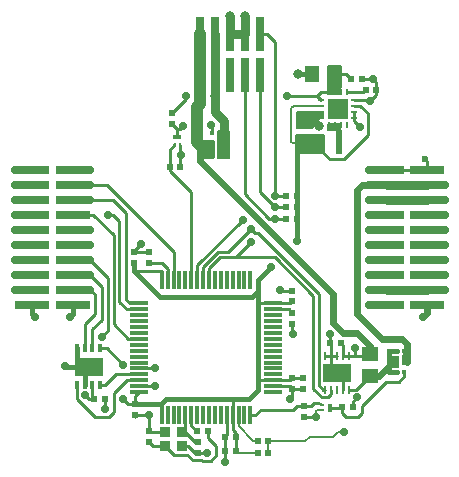
<source format=gtl>
G04 #@! TF.FileFunction,Copper,L1,Top,Signal*
%FSLAX46Y46*%
G04 Gerber Fmt 4.6, Leading zero omitted, Abs format (unit mm)*
G04 Created by KiCad (PCBNEW 201609280951+7255~55~ubuntu14.04.1-) date Wed Jan 11 23:22:02 2017*
%MOMM*%
%LPD*%
G01*
G04 APERTURE LIST*
%ADD10C,0.100000*%
%ADD11R,0.620000X0.620000*%
%ADD12R,1.700000X1.700000*%
%ADD13C,0.300000*%
%ADD14R,1.500000X1.500000*%
%ADD15R,0.600000X0.250000*%
%ADD16R,0.250000X0.600000*%
%ADD17R,1.150000X1.450000*%
%ADD18R,1.450000X1.150000*%
%ADD19R,1.500000X0.300000*%
%ADD20R,0.300000X1.500000*%
%ADD21R,2.400000X1.550000*%
%ADD22R,0.800000X0.800000*%
%ADD23R,0.350000X0.650000*%
%ADD24R,2.380000X1.650000*%
%ADD25R,0.800000X1.200000*%
%ADD26R,0.250000X0.700000*%
%ADD27R,2.920000X0.740000*%
%ADD28R,0.500000X1.600000*%
%ADD29R,0.400000X0.700000*%
%ADD30R,0.400000X0.250000*%
%ADD31R,0.950000X0.850000*%
%ADD32R,0.740000X2.920000*%
%ADD33R,0.400000X0.455000*%
%ADD34R,1.050000X1.100000*%
%ADD35R,0.400000X0.850000*%
%ADD36R,0.700000X0.400000*%
%ADD37R,0.250000X0.400000*%
%ADD38C,0.700000*%
%ADD39C,0.800000*%
%ADD40C,0.600000*%
%ADD41C,0.450000*%
%ADD42C,0.200000*%
%ADD43C,0.280000*%
%ADD44C,0.800000*%
%ADD45C,0.600000*%
%ADD46C,1.000000*%
%ADD47C,0.300000*%
G04 APERTURE END LIST*
D10*
D11*
X104750000Y-98400000D03*
X105650000Y-98400000D03*
D12*
X109150000Y-89100000D03*
D13*
X109750000Y-88500000D03*
X108550000Y-88500000D03*
X109750000Y-89700000D03*
X108550000Y-89700000D03*
D14*
X109150000Y-89100000D03*
D15*
X107750000Y-89850000D03*
X107750000Y-89350000D03*
X107750000Y-88850000D03*
X107750000Y-88350000D03*
D16*
X108400000Y-87700000D03*
X108900000Y-87700000D03*
X109400000Y-87700000D03*
X109900000Y-87700000D03*
D15*
X110550000Y-88350000D03*
X110550000Y-88850000D03*
X110550000Y-89350000D03*
X110550000Y-89850000D03*
D16*
X109900000Y-90500000D03*
X109400000Y-90500000D03*
X108900000Y-90500000D03*
X108400000Y-90500000D03*
D11*
X97340000Y-117310000D03*
X97340000Y-118210000D03*
X93150000Y-116370000D03*
X93150000Y-117270000D03*
X106230000Y-111890000D03*
X106230000Y-112790000D03*
X105300000Y-105390000D03*
X105300000Y-104490000D03*
X91940000Y-114100000D03*
X91940000Y-115000000D03*
X100500000Y-116880000D03*
X99600000Y-116880000D03*
X105290000Y-111890000D03*
X105290000Y-112790000D03*
X91920000Y-102140000D03*
X91920000Y-101240000D03*
X100500000Y-118080000D03*
X99600000Y-118080000D03*
X93130000Y-101240000D03*
X93130000Y-102140000D03*
X105300000Y-107310000D03*
X105300000Y-106410000D03*
D17*
X107000000Y-86150000D03*
X108800000Y-86150000D03*
D11*
X112400000Y-87500000D03*
X111500000Y-87500000D03*
D18*
X106250000Y-90200000D03*
X106250000Y-92000000D03*
D11*
X89430000Y-113690000D03*
X88530000Y-113690000D03*
D19*
X92286000Y-113082000D03*
X92286000Y-112582000D03*
X92286000Y-112082000D03*
X92286000Y-111582000D03*
X92286000Y-111082000D03*
X92286000Y-110582000D03*
X92286000Y-110082000D03*
X92286000Y-109582000D03*
X92286000Y-109082000D03*
X92286000Y-108582000D03*
X92286000Y-108082000D03*
X92286000Y-107582000D03*
X92286000Y-107082000D03*
X92286000Y-106582000D03*
X92286000Y-106082000D03*
X92286000Y-105582000D03*
D20*
X94236000Y-103632000D03*
X94736000Y-103632000D03*
X95236000Y-103632000D03*
X95736000Y-103632000D03*
X96236000Y-103632000D03*
X96736000Y-103632000D03*
X97236000Y-103632000D03*
X97736000Y-103632000D03*
X98236000Y-103632000D03*
X98736000Y-103632000D03*
X99236000Y-103632000D03*
X99736000Y-103632000D03*
X100236000Y-103632000D03*
X100736000Y-103632000D03*
X101236000Y-103632000D03*
X101736000Y-103632000D03*
D19*
X103686000Y-105582000D03*
X103686000Y-106082000D03*
X103686000Y-106582000D03*
X103686000Y-107082000D03*
X103686000Y-107582000D03*
X103686000Y-108082000D03*
X103686000Y-108582000D03*
X103686000Y-109082000D03*
X103686000Y-109582000D03*
X103686000Y-110082000D03*
X103686000Y-110582000D03*
X103686000Y-111082000D03*
X103686000Y-111582000D03*
X103686000Y-112082000D03*
X103686000Y-112582000D03*
X103686000Y-113082000D03*
D20*
X101736000Y-115032000D03*
X101236000Y-115032000D03*
X100736000Y-115032000D03*
X100236000Y-115032000D03*
X99736000Y-115032000D03*
X99236000Y-115032000D03*
X98736000Y-115032000D03*
X98236000Y-115032000D03*
X97736000Y-115032000D03*
X97236000Y-115032000D03*
X96736000Y-115032000D03*
X96236000Y-115032000D03*
X95736000Y-115032000D03*
X95236000Y-115032000D03*
X94736000Y-115032000D03*
X94236000Y-115032000D03*
D21*
X88040000Y-110920000D03*
D22*
X88640000Y-110920000D03*
X87440000Y-110920000D03*
X88640000Y-110920000D03*
X87440000Y-110920000D03*
D23*
X87065000Y-109370000D03*
X87715000Y-109370000D03*
X88365000Y-109370000D03*
X89015000Y-109370000D03*
X89015000Y-112470000D03*
X88365000Y-112470000D03*
X87715000Y-112470000D03*
X87065000Y-112470000D03*
D24*
X109050000Y-111440000D03*
D25*
X108450000Y-111440000D03*
X109650000Y-111440000D03*
D26*
X110050000Y-112865000D03*
X109550000Y-112865000D03*
X109050000Y-112865000D03*
X108550000Y-112865000D03*
X108050000Y-112865000D03*
X108050000Y-110015000D03*
X108550000Y-110015000D03*
X109050000Y-110015000D03*
X109550000Y-110015000D03*
X110050000Y-110015000D03*
D27*
X86715000Y-105715000D03*
X83285000Y-105715000D03*
X86715000Y-104445000D03*
X83285000Y-104445000D03*
X86715000Y-103175000D03*
X83285000Y-103175000D03*
X86715000Y-101905000D03*
X83285000Y-101905000D03*
X86715000Y-100635000D03*
X83285000Y-100635000D03*
X86715000Y-99365000D03*
X83285000Y-99365000D03*
X86715000Y-98095000D03*
X83285000Y-98095000D03*
X86715000Y-96825000D03*
X83285000Y-96825000D03*
X86715000Y-95555000D03*
X83285000Y-95555000D03*
X86715000Y-94285000D03*
X83285000Y-94285000D03*
X116715000Y-105715000D03*
X113285000Y-105715000D03*
X116715000Y-104445000D03*
X113285000Y-104445000D03*
X116715000Y-103175000D03*
X113285000Y-103175000D03*
X116715000Y-101905000D03*
X113285000Y-101905000D03*
X116715000Y-100635000D03*
X113285000Y-100635000D03*
X116715000Y-99365000D03*
X113285000Y-99365000D03*
X116715000Y-98095000D03*
X113285000Y-98095000D03*
X116715000Y-96825000D03*
X113285000Y-96825000D03*
X116715000Y-95555000D03*
X113285000Y-95555000D03*
X116715000Y-94285000D03*
X113285000Y-94285000D03*
D28*
X107750000Y-92100000D03*
X109250000Y-92100000D03*
D29*
X108480000Y-114390000D03*
D30*
X107780000Y-114165000D03*
X107780000Y-114615000D03*
D11*
X97250000Y-116390000D03*
X98150000Y-116390000D03*
X104750000Y-97450000D03*
X105650000Y-97450000D03*
X104750000Y-96500000D03*
X105650000Y-96500000D03*
D18*
X111880000Y-111680000D03*
X111880000Y-109880000D03*
D11*
X109500000Y-114380000D03*
X110400000Y-114380000D03*
D31*
X95925000Y-117615000D03*
X94475000Y-117615000D03*
X94475000Y-116465000D03*
X95925000Y-116465000D03*
D32*
X102540000Y-82785000D03*
X102540000Y-86215000D03*
X101270000Y-82785000D03*
X101270000Y-86215000D03*
X100000000Y-82785000D03*
X100000000Y-86215000D03*
X98730000Y-82785000D03*
X98730000Y-86215000D03*
X97460000Y-82785000D03*
X97460000Y-86215000D03*
D11*
X111150000Y-86550000D03*
X110250000Y-86550000D03*
X108500000Y-108950000D03*
X109400000Y-108950000D03*
D33*
X114140000Y-111422500D03*
D34*
X113815000Y-110500000D03*
D33*
X113490000Y-111422500D03*
X113490000Y-109577500D03*
X114140000Y-109577500D03*
X114790000Y-111422500D03*
X114790000Y-109577500D03*
D35*
X114790000Y-110404000D03*
D11*
X106250000Y-115200000D03*
X106250000Y-114300000D03*
D35*
X98500000Y-92196000D03*
D33*
X98500000Y-93022500D03*
X98500000Y-91177500D03*
X99150000Y-93022500D03*
X99800000Y-93022500D03*
X99800000Y-91177500D03*
D34*
X99475000Y-92100000D03*
D33*
X99150000Y-91177500D03*
D36*
X95550000Y-91500000D03*
D37*
X95325000Y-92200000D03*
X95775000Y-92200000D03*
D11*
X103250000Y-118250000D03*
X102350000Y-118250000D03*
X103250000Y-117250000D03*
X102350000Y-117250000D03*
X95100000Y-90350000D03*
X95100000Y-89450000D03*
X94900000Y-94050000D03*
X95800000Y-94050000D03*
D38*
X86050000Y-110900000D03*
D39*
X107550000Y-90550000D03*
X105750000Y-86150000D03*
D38*
X112100000Y-86550000D03*
X111900000Y-88450000D03*
X111000000Y-90600000D03*
X93700000Y-111050000D03*
X95850000Y-93050000D03*
X108450000Y-108150000D03*
X105100000Y-113650000D03*
X92500000Y-100550000D03*
X107300000Y-115200000D03*
X99600000Y-118960000D03*
X89450000Y-114550000D03*
D39*
X101250000Y-81250000D03*
X100000000Y-81250000D03*
D38*
X116370000Y-106690000D03*
X83470000Y-106690000D03*
X86510000Y-106700000D03*
X105310000Y-108140000D03*
X104270000Y-104480000D03*
D40*
X116530000Y-93380000D03*
D38*
X111820000Y-94280000D03*
X111820000Y-105720000D03*
X81820000Y-94280000D03*
X93640000Y-112590000D03*
X93150000Y-115000000D03*
X98060000Y-118210000D03*
X88180000Y-94290000D03*
X90950000Y-113700000D03*
X90950000Y-110750000D03*
X105650000Y-100300000D03*
X103450000Y-102500000D03*
X89150000Y-108400000D03*
X87700000Y-113325002D03*
X88180000Y-101900000D03*
X104800000Y-88000000D03*
X96250000Y-88050000D03*
D39*
X98750000Y-88000000D03*
D38*
X103850000Y-98400000D03*
X101800000Y-100400000D03*
X103850000Y-97450000D03*
X101800000Y-99250000D03*
X103850000Y-96500000D03*
X101100000Y-98500000D03*
X88180000Y-95550000D03*
X88180000Y-96830000D03*
X89650000Y-98100000D03*
X88175000Y-103175000D03*
X88200000Y-104450000D03*
X110610000Y-109360000D03*
X110780000Y-113530000D03*
X81820000Y-95550000D03*
X81820000Y-96830000D03*
X81820000Y-98100000D03*
X81820000Y-99370000D03*
X88180000Y-99370000D03*
X81820000Y-100630000D03*
X88180000Y-100640000D03*
X81820000Y-101900000D03*
X81820000Y-103170000D03*
X81820000Y-104440000D03*
X111820000Y-95560000D03*
X118180000Y-95550000D03*
X111820000Y-96830000D03*
X118180000Y-96820000D03*
X111820000Y-98090000D03*
X118180000Y-98100000D03*
X111820000Y-99360000D03*
X111820000Y-100630000D03*
X111820000Y-101900000D03*
X111820000Y-103170000D03*
X109650000Y-116450000D03*
X118180000Y-103170000D03*
X118180000Y-99360000D03*
X118180000Y-100630000D03*
X118180000Y-101900000D03*
X96000000Y-90550000D03*
X98400000Y-90500000D03*
X111820000Y-104450000D03*
X118180000Y-104440000D03*
D41*
X88040000Y-110920000D02*
X86070000Y-110920000D01*
X86070000Y-110920000D02*
X86050000Y-110900000D01*
D42*
X107750000Y-89850000D02*
X106600000Y-89850000D01*
X106600000Y-89850000D02*
X106250000Y-90200000D01*
X107750000Y-89350000D02*
X107750000Y-89850000D01*
X106250000Y-90200000D02*
X107200000Y-90200000D01*
X107200000Y-90200000D02*
X107550000Y-90550000D01*
D41*
X107000000Y-86150000D02*
X105750000Y-86150000D01*
D43*
X112100000Y-86550000D02*
X112400000Y-86850000D01*
X112400000Y-86850000D02*
X112400000Y-87500000D01*
X111150000Y-86550000D02*
X112100000Y-86550000D01*
X112400000Y-87500000D02*
X112400000Y-87950000D01*
X112400000Y-87950000D02*
X111900000Y-88450000D01*
X110550000Y-88350000D02*
X111800000Y-88350000D01*
X111800000Y-88350000D02*
X111900000Y-88450000D01*
X110550000Y-89850000D02*
X110550000Y-90150000D01*
X110550000Y-90150000D02*
X111000000Y-90600000D01*
X110550000Y-89350000D02*
X110550000Y-89850000D01*
X92286000Y-111082000D02*
X93668000Y-111082000D01*
X93668000Y-111082000D02*
X93700000Y-111050000D01*
X106250000Y-115200000D02*
X107300000Y-115200000D01*
X95775000Y-92200000D02*
X95775000Y-92975000D01*
X95775000Y-92975000D02*
X95850000Y-93050000D01*
X95800000Y-94050000D02*
X95800000Y-93100000D01*
X95800000Y-93100000D02*
X95850000Y-93050000D01*
X108500000Y-108950000D02*
X108500000Y-108200000D01*
X108500000Y-108200000D02*
X108450000Y-108150000D01*
X108550000Y-110015000D02*
X108550000Y-109000000D01*
X108550000Y-109000000D02*
X108500000Y-108950000D01*
X105290000Y-112790000D02*
X105290000Y-113460000D01*
X105290000Y-113460000D02*
X105100000Y-113650000D01*
X91920000Y-101240000D02*
X91920000Y-101130000D01*
X91920000Y-101130000D02*
X92500000Y-100550000D01*
D42*
X107300000Y-114695000D02*
X107300000Y-115200000D01*
X107780000Y-114615000D02*
X107380000Y-114615000D01*
X107380000Y-114615000D02*
X107300000Y-114695000D01*
D43*
X99600000Y-118080000D02*
X99600000Y-118960000D01*
X89430000Y-113690000D02*
X89430000Y-114530000D01*
X89430000Y-114530000D02*
X89450000Y-114550000D01*
D44*
X101270000Y-82785000D02*
X100000000Y-82785000D01*
X101270000Y-82785000D02*
X101270000Y-81270000D01*
X101270000Y-81270000D02*
X101250000Y-81250000D01*
X100000000Y-82785000D02*
X100000000Y-81250000D01*
D43*
X99736000Y-115032000D02*
X99736000Y-116744000D01*
X99736000Y-116744000D02*
X99600000Y-116880000D01*
D42*
X100000000Y-82785000D02*
X100000000Y-83800000D01*
D43*
X116715000Y-94285000D02*
X113285000Y-94285000D01*
D45*
X116715000Y-106345000D02*
X116715000Y-105715000D01*
X116370000Y-106690000D02*
X116715000Y-106345000D01*
D41*
X83285000Y-106505000D02*
X83470000Y-106690000D01*
X83285000Y-105715000D02*
X83285000Y-106505000D01*
X86715000Y-106495000D02*
X86715000Y-105715000D01*
X86510000Y-106700000D02*
X86715000Y-106495000D01*
D43*
X109550000Y-112865000D02*
X109550000Y-111940000D01*
X109550000Y-111940000D02*
X109050000Y-111440000D01*
X108550000Y-110015000D02*
X108550000Y-110940000D01*
X108550000Y-110940000D02*
X109050000Y-111440000D01*
X108550000Y-110015000D02*
X108050000Y-110015000D01*
X108550000Y-110015000D02*
X109050000Y-110015000D01*
X105300000Y-107310000D02*
X105300000Y-108130000D01*
X105300000Y-108130000D02*
X105310000Y-108140000D01*
X105300000Y-104490000D02*
X104280000Y-104490000D01*
X104280000Y-104490000D02*
X104270000Y-104480000D01*
X116715000Y-94285000D02*
X116715000Y-93565000D01*
X116715000Y-93565000D02*
X116530000Y-93380000D01*
D45*
X113285000Y-94285000D02*
X111825000Y-94285000D01*
D43*
X111825000Y-94285000D02*
X111820000Y-94280000D01*
D45*
X113285000Y-105715000D02*
X111825000Y-105715000D01*
D43*
X111825000Y-105715000D02*
X111820000Y-105720000D01*
D45*
X83285000Y-94285000D02*
X81825000Y-94285000D01*
D43*
X81825000Y-94285000D02*
X81820000Y-94280000D01*
X91920000Y-101240000D02*
X93130000Y-101240000D01*
X92286000Y-112582000D02*
X93632000Y-112582000D01*
X93632000Y-112582000D02*
X93640000Y-112590000D01*
X105290000Y-112790000D02*
X106230000Y-112790000D01*
X103686000Y-112582000D02*
X105082000Y-112582000D01*
X105082000Y-112582000D02*
X105290000Y-112790000D01*
X91940000Y-115000000D02*
X93150000Y-115000000D01*
X93150000Y-115000000D02*
X93150000Y-116370000D01*
X94475000Y-116465000D02*
X93245000Y-116465000D01*
X91940000Y-115160000D02*
X91940000Y-115000000D01*
X99600000Y-116880000D02*
X99600000Y-118080000D01*
X97340000Y-118210000D02*
X98060000Y-118210000D01*
X97340000Y-118210000D02*
X97050000Y-118210000D01*
X97050000Y-118210000D02*
X96455000Y-117615000D01*
X96455000Y-117615000D02*
X95925000Y-117615000D01*
D41*
X87715000Y-112470000D02*
X87715000Y-111245000D01*
X87715000Y-111245000D02*
X88040000Y-110920000D01*
X87065000Y-109370000D02*
X87065000Y-110545000D01*
X87065000Y-110545000D02*
X87440000Y-110920000D01*
D43*
X88175000Y-94285000D02*
X88180000Y-94290000D01*
D45*
X86715000Y-94285000D02*
X88175000Y-94285000D01*
D43*
X96236000Y-115032000D02*
X96236000Y-116154000D01*
X96236000Y-116154000D02*
X95925000Y-116465000D01*
X96215000Y-116465000D02*
X97060000Y-117310000D01*
X97060000Y-117310000D02*
X97340000Y-117310000D01*
X96096000Y-116394000D02*
X96025000Y-116465000D01*
X98850000Y-118411602D02*
X98850000Y-117680000D01*
X98850000Y-117680000D02*
X98150000Y-116980000D01*
X98150000Y-116980000D02*
X98150000Y-116390000D01*
X97670000Y-118870000D02*
X97680001Y-118880001D01*
X97680001Y-118880001D02*
X98381601Y-118880001D01*
X98381601Y-118880001D02*
X98850000Y-118411602D01*
X96870000Y-118870000D02*
X97670000Y-118870000D01*
X95250000Y-118390000D02*
X94475000Y-117615000D01*
X96390000Y-118390000D02*
X95250000Y-118390000D01*
X96870000Y-118870000D02*
X96390000Y-118390000D01*
X94475000Y-117615000D02*
X93495000Y-117615000D01*
X93495000Y-117615000D02*
X93150000Y-117270000D01*
X91940000Y-114100000D02*
X91350000Y-114100000D01*
X91350000Y-114100000D02*
X90950000Y-113700000D01*
X89015000Y-109370000D02*
X89570000Y-109370000D01*
X89570000Y-109370000D02*
X90950000Y-110750000D01*
D42*
X105200000Y-89050000D02*
X105400000Y-88850000D01*
X105400000Y-88850000D02*
X107750000Y-88850000D01*
X105200000Y-91875000D02*
X105200000Y-89050000D01*
D43*
X109626002Y-93350000D02*
X108450000Y-93350000D01*
X108450000Y-93350000D02*
X107750000Y-92650000D01*
X107750000Y-92650000D02*
X107750000Y-92100000D01*
X110550000Y-88850000D02*
X111051002Y-88850000D01*
X111051002Y-88850000D02*
X111670001Y-89468999D01*
X111670001Y-89468999D02*
X111670001Y-91306001D01*
X111670001Y-91306001D02*
X109626002Y-93350000D01*
D42*
X106250000Y-92000000D02*
X105325000Y-92000000D01*
X105325000Y-92000000D02*
X105200000Y-91875000D01*
D41*
X105650000Y-98400000D02*
X105650000Y-100300000D01*
X105650000Y-96500000D02*
X105650000Y-92600000D01*
X105650000Y-92600000D02*
X106250000Y-92000000D01*
X105650000Y-97450000D02*
X105650000Y-96500000D01*
X105650000Y-98400000D02*
X105650000Y-97450000D01*
D42*
X106250000Y-92000000D02*
X107650000Y-92000000D01*
X107650000Y-92000000D02*
X107750000Y-92100000D01*
D43*
X91920000Y-114080000D02*
X91940000Y-114100000D01*
D41*
X102360000Y-103590000D02*
X103450000Y-102500000D01*
X102360000Y-104510000D02*
X102360000Y-103590000D01*
D42*
X102350000Y-118250000D02*
X100670000Y-118250000D01*
X100670000Y-118250000D02*
X100500000Y-118080000D01*
D43*
X100236000Y-115032000D02*
X100236000Y-116316000D01*
X100236000Y-116316000D02*
X100500000Y-116580000D01*
X100500000Y-116580000D02*
X100500000Y-116880000D01*
X94236000Y-103632000D02*
X94236000Y-102836000D01*
X94236000Y-102836000D02*
X94190001Y-102790001D01*
X94190001Y-102790001D02*
X91942129Y-102790001D01*
X91942129Y-102790001D02*
X91920000Y-102812130D01*
D41*
X102360000Y-104510000D02*
X101860000Y-105010000D01*
X101860000Y-105010000D02*
X94117870Y-105010000D01*
X94117870Y-105010000D02*
X91920000Y-102812130D01*
X91920000Y-102812130D02*
X91920000Y-102140000D01*
D43*
X102362000Y-105582000D02*
X102362000Y-105948000D01*
X102362000Y-105948000D02*
X102360000Y-105950000D01*
D41*
X102360000Y-104510000D02*
X102360000Y-105950000D01*
X102360000Y-105950000D02*
X102360000Y-112120000D01*
D43*
X103686000Y-112082000D02*
X102360000Y-112082000D01*
X102390000Y-112120000D02*
X102360000Y-112120000D01*
X102390000Y-112112000D02*
X102390000Y-112120000D01*
X102360000Y-112082000D02*
X102390000Y-112112000D01*
D41*
X102360000Y-112120000D02*
X102360000Y-112870000D01*
X102360000Y-112870000D02*
X101590000Y-113640000D01*
X100260000Y-113640000D02*
X101590000Y-113640000D01*
D43*
X103686000Y-105582000D02*
X105108000Y-105582000D01*
X105108000Y-105582000D02*
X105300000Y-105390000D01*
X103686000Y-105582000D02*
X102362000Y-105582000D01*
X100236000Y-115032000D02*
X100236000Y-113640000D01*
X100260000Y-113616000D02*
X100260000Y-113640000D01*
X100236000Y-113640000D02*
X100260000Y-113616000D01*
X94236000Y-115032000D02*
X94236000Y-114176000D01*
X94236000Y-114176000D02*
X94160000Y-114100000D01*
D41*
X91940000Y-114100000D02*
X94160000Y-114100000D01*
X94160000Y-114100000D02*
X94620000Y-113640000D01*
X94620000Y-113640000D02*
X100260000Y-113640000D01*
D43*
X100500000Y-118080000D02*
X100500000Y-116880000D01*
X91940000Y-114100000D02*
X91940000Y-113428000D01*
X91940000Y-113428000D02*
X92286000Y-113082000D01*
X94236000Y-114566000D02*
X94236000Y-115032000D01*
X105290000Y-111890000D02*
X106230000Y-111890000D01*
X103686000Y-112082000D02*
X105098000Y-112082000D01*
X105098000Y-112082000D02*
X105290000Y-111890000D01*
X94236000Y-103632000D02*
X94236000Y-103116000D01*
X94736000Y-103632000D02*
X94736000Y-102646000D01*
X94230000Y-102140000D02*
X93130000Y-102140000D01*
X94736000Y-102646000D02*
X94230000Y-102140000D01*
X103686000Y-106082000D02*
X104972000Y-106082000D01*
X104972000Y-106082000D02*
X105300000Y-106410000D01*
X109900000Y-87700000D02*
X111300000Y-87700000D01*
X111300000Y-87700000D02*
X111500000Y-87500000D01*
X89150000Y-108400000D02*
X89700000Y-107850000D01*
X89700000Y-107850000D02*
X89700000Y-103420000D01*
X88180000Y-101900000D02*
X89700000Y-103420000D01*
X88530000Y-113690000D02*
X88064998Y-113690000D01*
X88064998Y-113690000D02*
X87700000Y-113325002D01*
D42*
X86715000Y-101905000D02*
X85585000Y-101905000D01*
D43*
X88365000Y-112470000D02*
X88365000Y-113525000D01*
X88365000Y-113525000D02*
X88530000Y-113690000D01*
D42*
X86715000Y-101905000D02*
X85605000Y-101905000D01*
D45*
X86715000Y-101905000D02*
X88175000Y-101905000D01*
D43*
X88175000Y-101905000D02*
X88180000Y-101900000D01*
X107400000Y-88000000D02*
X107700000Y-87700000D01*
X107700000Y-87700000D02*
X108400000Y-87700000D01*
D42*
X108900000Y-87700000D02*
X108900000Y-86250000D01*
X108900000Y-86250000D02*
X108800000Y-86150000D01*
X108900000Y-87700000D02*
X109400000Y-87700000D01*
X108400000Y-87700000D02*
X108900000Y-87700000D01*
D43*
X108800000Y-86150000D02*
X109850000Y-86150000D01*
X109850000Y-86150000D02*
X110250000Y-86550000D01*
X104800000Y-88000000D02*
X107400000Y-88000000D01*
X107400000Y-88000000D02*
X107750000Y-88350000D01*
X96250000Y-88050000D02*
X96250000Y-88300000D01*
X96250000Y-88300000D02*
X95100000Y-89450000D01*
D44*
X98750000Y-88000000D02*
X98750000Y-89365685D01*
X98750000Y-89365685D02*
X99475000Y-90090685D01*
X99475000Y-90090685D02*
X99475000Y-92100000D01*
X98730000Y-86215000D02*
X98730000Y-87980000D01*
X98730000Y-87980000D02*
X98750000Y-88000000D01*
X98730000Y-82785000D02*
X98730000Y-86215000D01*
D43*
X96736000Y-115032000D02*
X96736000Y-115914000D01*
X96736000Y-115914000D02*
X97212000Y-116390000D01*
X97212000Y-116390000D02*
X97250000Y-116390000D01*
X101270000Y-86215000D02*
X101270000Y-96314974D01*
X103850000Y-98400000D02*
X103355026Y-98400000D01*
X103355026Y-98400000D02*
X101270000Y-96314974D01*
X104750000Y-98400000D02*
X103850000Y-98400000D01*
X100050000Y-101650000D02*
X103800000Y-101650000D01*
X99188000Y-101650000D02*
X100050000Y-101650000D01*
X100050000Y-101650000D02*
X100550000Y-101650000D01*
X100550000Y-101650000D02*
X101800000Y-100400000D01*
X98236000Y-103632000D02*
X98236000Y-102602000D01*
X98236000Y-102602000D02*
X99188000Y-101650000D01*
X107079998Y-112799998D02*
X107800000Y-113520000D01*
X103800000Y-101650000D02*
X107079998Y-104929998D01*
X107079998Y-104929998D02*
X107079998Y-112799998D01*
X107800000Y-113520000D02*
X108300000Y-113520000D01*
X108300000Y-113520000D02*
X108550000Y-113270000D01*
X108550000Y-113270000D02*
X108550000Y-112865000D01*
X103850000Y-97450000D02*
X102540000Y-96140000D01*
X102540000Y-96140000D02*
X102540000Y-86215000D01*
X107510000Y-104751876D02*
X102358123Y-99599999D01*
X102358123Y-99599999D02*
X102149999Y-99599999D01*
X102149999Y-99599999D02*
X101800000Y-99250000D01*
X104750000Y-97450000D02*
X103850000Y-97450000D01*
X97736000Y-103632000D02*
X97736000Y-102493876D01*
X99029876Y-101200000D02*
X99850000Y-101200000D01*
X97736000Y-102493876D02*
X99029876Y-101200000D01*
X99850000Y-101200000D02*
X101800000Y-99250000D01*
X108050000Y-112865000D02*
X107875000Y-112865000D01*
X107875000Y-112865000D02*
X107510000Y-112500000D01*
X107510000Y-112500000D02*
X107510000Y-104751876D01*
X103850000Y-96500000D02*
X103850000Y-83445000D01*
X103850000Y-83445000D02*
X103190000Y-82785000D01*
X103190000Y-82785000D02*
X102540000Y-82785000D01*
X97236000Y-102364000D02*
X101100000Y-98500000D01*
X97236000Y-103632000D02*
X97236000Y-102364000D01*
X104750000Y-96500000D02*
X103850000Y-96500000D01*
X89600000Y-95550000D02*
X95236000Y-101186000D01*
X95236000Y-101186000D02*
X95236000Y-103632000D01*
X88180000Y-95550000D02*
X89600000Y-95550000D01*
X88175000Y-95555000D02*
X88180000Y-95550000D01*
D45*
X86715000Y-95555000D02*
X88175000Y-95555000D01*
D43*
X92286000Y-105582000D02*
X91532000Y-105582000D01*
X91532000Y-105582000D02*
X91200000Y-105250000D01*
X91200000Y-105250000D02*
X91200000Y-97950000D01*
X91200000Y-97950000D02*
X90080000Y-96830000D01*
X90080000Y-96830000D02*
X88180000Y-96830000D01*
X92286000Y-105582000D02*
X91742002Y-105582000D01*
X92286000Y-105582000D02*
X92222000Y-105582000D01*
D45*
X86715000Y-96825000D02*
X88175000Y-96825000D01*
D43*
X88175000Y-96825000D02*
X88180000Y-96830000D01*
X90650000Y-98605026D02*
X90650000Y-105476000D01*
X90650000Y-105476000D02*
X91256000Y-106082000D01*
X91256000Y-106082000D02*
X92286000Y-106082000D01*
X89650000Y-98100000D02*
X90144974Y-98100000D01*
X90144974Y-98100000D02*
X90650000Y-98605026D01*
X91382000Y-108582000D02*
X90160010Y-107360010D01*
X90160010Y-107360010D02*
X90160010Y-99800010D01*
X90160010Y-99800010D02*
X88455000Y-98095000D01*
X88455000Y-98095000D02*
X86715000Y-98095000D01*
X92286000Y-108582000D02*
X91382000Y-108582000D01*
X86715000Y-98095000D02*
X87915000Y-98095000D01*
X89015000Y-112470000D02*
X89470000Y-112470000D01*
X89470000Y-112470000D02*
X90358000Y-111582000D01*
X90358000Y-111582000D02*
X92286000Y-111582000D01*
X90200000Y-114791602D02*
X90200000Y-113138000D01*
X90200000Y-113138000D02*
X91256000Y-112082000D01*
X91256000Y-112082000D02*
X92286000Y-112082000D01*
X87065000Y-112485000D02*
X87029999Y-112520001D01*
X87029999Y-112520001D02*
X87029999Y-113646603D01*
X87029999Y-113646603D02*
X88603397Y-115220001D01*
X88603397Y-115220001D02*
X89771601Y-115220001D01*
X89771601Y-115220001D02*
X90200000Y-114791602D01*
X87065000Y-112470000D02*
X87065000Y-112485000D01*
D42*
X108400000Y-90500000D02*
X108900000Y-90500000D01*
X109250000Y-92100000D02*
X109250000Y-90650000D01*
X109250000Y-90650000D02*
X109400000Y-90500000D01*
X109400000Y-90500000D02*
X108900000Y-90500000D01*
D43*
X89150000Y-106950000D02*
X89150000Y-104150000D01*
X88175000Y-103175000D02*
X89150000Y-104150000D01*
X88365000Y-107735000D02*
X89150000Y-106950000D01*
X88365000Y-109370000D02*
X88365000Y-107735000D01*
D45*
X88175000Y-103175000D02*
X86715000Y-103175000D01*
D43*
X88549999Y-106500001D02*
X87715000Y-107335000D01*
X87715000Y-107335000D02*
X87715000Y-109370000D01*
X88200000Y-104450000D02*
X88549999Y-104799999D01*
X88549999Y-104799999D02*
X88549999Y-106500001D01*
D45*
X86715000Y-104445000D02*
X88195000Y-104445000D01*
D43*
X88195000Y-104445000D02*
X88200000Y-104450000D01*
D45*
X97460000Y-93500000D02*
X108728402Y-104768402D01*
X97460000Y-92200000D02*
X97460000Y-93500000D01*
X108728402Y-104768402D02*
X108728402Y-107200000D01*
D42*
X97464000Y-92196000D02*
X97460000Y-92200000D01*
D45*
X108728402Y-107200000D02*
X109578402Y-108050000D01*
X109578402Y-108050000D02*
X110750000Y-108050000D01*
X110750000Y-108050000D02*
X111880000Y-109180000D01*
X111880000Y-109180000D02*
X111880000Y-109880000D01*
D46*
X97460000Y-88675000D02*
X97200000Y-88935000D01*
X97200000Y-88935000D02*
X97200000Y-91932000D01*
X97200000Y-91932000D02*
X97464000Y-92196000D01*
X97460000Y-86215000D02*
X97460000Y-88675000D01*
D42*
X98500000Y-92196000D02*
X97464000Y-92196000D01*
D43*
X98500000Y-92196000D02*
X98020000Y-92196000D01*
X109550000Y-110015000D02*
X109550000Y-109100000D01*
X109550000Y-109100000D02*
X109400000Y-108950000D01*
X109550000Y-110015000D02*
X110050000Y-110015000D01*
X110400000Y-114380000D02*
X110400000Y-113910000D01*
X110610000Y-109360000D02*
X110610000Y-110015000D01*
X110400000Y-113910000D02*
X110780000Y-113530000D01*
X110050000Y-110015000D02*
X110610000Y-110015000D01*
X110610000Y-110015000D02*
X111745000Y-110015000D01*
X111745000Y-110015000D02*
X111880000Y-109880000D01*
D46*
X97460000Y-82785000D02*
X97460000Y-86215000D01*
D41*
X114140000Y-109577500D02*
X113490000Y-109577500D01*
X113490000Y-109577500D02*
X113490000Y-110175000D01*
X113490000Y-111422500D02*
X113490000Y-110825000D01*
X114140000Y-111422500D02*
X113490000Y-111422500D01*
D43*
X113490000Y-110825000D02*
X113815000Y-110500000D01*
X113490000Y-110175000D02*
X113815000Y-110500000D01*
X110050000Y-112865000D02*
X110695000Y-112865000D01*
X110695000Y-112865000D02*
X111880000Y-111680000D01*
D41*
X111880000Y-111680000D02*
X111880000Y-111760000D01*
D45*
X111880000Y-111680000D02*
X112635000Y-111680000D01*
X112635000Y-111680000D02*
X113815000Y-110500000D01*
D43*
X81825000Y-95555000D02*
X81820000Y-95550000D01*
D45*
X83285000Y-95555000D02*
X81825000Y-95555000D01*
D43*
X81825000Y-96825000D02*
X81820000Y-96830000D01*
D45*
X83285000Y-96825000D02*
X81825000Y-96825000D01*
X83285000Y-98095000D02*
X81825000Y-98095000D01*
D43*
X81825000Y-98095000D02*
X81820000Y-98100000D01*
D45*
X83285000Y-99365000D02*
X81825000Y-99365000D01*
D43*
X81825000Y-99365000D02*
X81820000Y-99370000D01*
D45*
X86715000Y-99365000D02*
X88175000Y-99365000D01*
D43*
X88175000Y-99365000D02*
X88180000Y-99370000D01*
D45*
X83285000Y-100635000D02*
X81825000Y-100635000D01*
D43*
X81825000Y-100635000D02*
X81820000Y-100630000D01*
D45*
X86715000Y-100635000D02*
X88175000Y-100635000D01*
D43*
X88175000Y-100635000D02*
X88180000Y-100640000D01*
D45*
X83285000Y-101905000D02*
X81825000Y-101905000D01*
D43*
X81825000Y-101905000D02*
X81820000Y-101900000D01*
D45*
X83285000Y-103175000D02*
X81825000Y-103175000D01*
D43*
X81825000Y-103175000D02*
X81820000Y-103170000D01*
D45*
X83285000Y-104445000D02*
X81825000Y-104445000D01*
D43*
X81825000Y-104445000D02*
X81820000Y-104440000D01*
D45*
X111820000Y-95560000D02*
X111190000Y-95560000D01*
X110800000Y-106500000D02*
X112900000Y-108600000D01*
X111190000Y-95560000D02*
X110800000Y-95950000D01*
X114558004Y-108600000D02*
X115000000Y-109041996D01*
X110800000Y-95950000D02*
X110800000Y-106500000D01*
X112900000Y-108600000D02*
X114558004Y-108600000D01*
X115000000Y-109041996D02*
X115000000Y-110530000D01*
D42*
X114874000Y-110404000D02*
X115000000Y-110530000D01*
X114790000Y-110404000D02*
X114874000Y-110404000D01*
D44*
X116715000Y-95555000D02*
X113285000Y-95555000D01*
D43*
X114790000Y-109577500D02*
X114790000Y-110404000D01*
X114804000Y-110390000D02*
X114790000Y-110404000D01*
X111820000Y-95560000D02*
X111825000Y-95555000D01*
D45*
X111825000Y-95555000D02*
X113285000Y-95555000D01*
X116715000Y-95555000D02*
X118175000Y-95555000D01*
D43*
X118175000Y-95555000D02*
X118180000Y-95550000D01*
D44*
X116715000Y-96825000D02*
X113285000Y-96825000D01*
D45*
X113285000Y-96825000D02*
X111825000Y-96825000D01*
D43*
X111825000Y-96825000D02*
X111820000Y-96830000D01*
D45*
X116715000Y-96825000D02*
X118175000Y-96825000D01*
D43*
X118175000Y-96825000D02*
X118180000Y-96820000D01*
X111820000Y-98090000D02*
X111825000Y-98095000D01*
D45*
X111825000Y-98095000D02*
X113285000Y-98095000D01*
D43*
X118180000Y-98100000D02*
X118175000Y-98095000D01*
D45*
X118175000Y-98095000D02*
X116715000Y-98095000D01*
D43*
X111820000Y-99360000D02*
X111825000Y-99365000D01*
D45*
X111825000Y-99365000D02*
X113285000Y-99365000D01*
X113285000Y-100635000D02*
X111825000Y-100635000D01*
D43*
X111825000Y-100635000D02*
X111820000Y-100630000D01*
D45*
X113285000Y-101905000D02*
X111825000Y-101905000D01*
D43*
X111825000Y-101905000D02*
X111820000Y-101900000D01*
X111820000Y-103170000D02*
X111825000Y-103175000D01*
D45*
X111825000Y-103175000D02*
X113285000Y-103175000D01*
D42*
X106750000Y-116900000D02*
X106400000Y-117250000D01*
X106400000Y-117250000D02*
X103250000Y-117250000D01*
X108705026Y-116900000D02*
X106750000Y-116900000D01*
X109650000Y-116450000D02*
X109155026Y-116450000D01*
X109155026Y-116450000D02*
X108705026Y-116900000D01*
X103250000Y-118250000D02*
X103250000Y-117250000D01*
D43*
X118180000Y-103170000D02*
X118175000Y-103175000D01*
D45*
X118175000Y-103175000D02*
X116715000Y-103175000D01*
D43*
X101736000Y-115032000D02*
X102166000Y-115032000D01*
X102166000Y-115032000D02*
X102628001Y-114569999D01*
X102628001Y-114569999D02*
X105390001Y-114569999D01*
X105390001Y-114569999D02*
X105660000Y-114300000D01*
X105660000Y-114300000D02*
X106250000Y-114300000D01*
X107110000Y-114040000D02*
X106850000Y-114300000D01*
X106850000Y-114300000D02*
X106250000Y-114300000D01*
X107110000Y-114040000D02*
X107580000Y-114040000D01*
D42*
X107780000Y-114165000D02*
X107705000Y-114165000D01*
X107705000Y-114165000D02*
X107580000Y-114040000D01*
X107580000Y-114040000D02*
X107780000Y-114165000D01*
D45*
X116715000Y-99365000D02*
X118175000Y-99365000D01*
X118175000Y-99365000D02*
X118180000Y-99360000D01*
D43*
X118180000Y-100630000D02*
X118175000Y-100635000D01*
D45*
X118175000Y-100635000D02*
X116715000Y-100635000D01*
X116715000Y-101905000D02*
X118175000Y-101905000D01*
D43*
X118175000Y-101905000D02*
X118180000Y-101900000D01*
X114790000Y-111422500D02*
X114790000Y-111720000D01*
X109500000Y-114820000D02*
X109500000Y-114380000D01*
X109860000Y-115180000D02*
X109500000Y-114820000D01*
X110870000Y-115180000D02*
X109860000Y-115180000D01*
X111220000Y-114830000D02*
X110870000Y-115180000D01*
X111220000Y-114230000D02*
X111220000Y-114830000D01*
X113230000Y-112220000D02*
X111220000Y-114230000D01*
X114290000Y-112220000D02*
X113230000Y-112220000D01*
X114790000Y-111720000D02*
X114290000Y-112220000D01*
X108480000Y-114390000D02*
X109490000Y-114390000D01*
X109490000Y-114390000D02*
X109500000Y-114380000D01*
D42*
X102350000Y-117250000D02*
X102004000Y-117250000D01*
X102004000Y-117250000D02*
X100736000Y-115982000D01*
X100736000Y-115982000D02*
X100736000Y-115032000D01*
D43*
X94900000Y-94050000D02*
X94900000Y-94346002D01*
X96736000Y-96182002D02*
X96736000Y-103632000D01*
X94900000Y-94346002D02*
X96736000Y-96182002D01*
X94900000Y-94050000D02*
X94900000Y-92614990D01*
X94900000Y-92614990D02*
X95314990Y-92200000D01*
X95550000Y-90800000D02*
X95750000Y-90800000D01*
X95750000Y-90800000D02*
X96000000Y-90550000D01*
X95550000Y-91500000D02*
X95550000Y-90800000D01*
X95550000Y-90800000D02*
X95100000Y-90350000D01*
X98500000Y-91177500D02*
X98500000Y-90600000D01*
X98500000Y-90600000D02*
X98400000Y-90500000D01*
D45*
X113285000Y-104445000D02*
X111825000Y-104445000D01*
D43*
X111825000Y-104445000D02*
X111820000Y-104450000D01*
D45*
X116715000Y-104445000D02*
X118175000Y-104445000D01*
D43*
X118175000Y-104445000D02*
X118180000Y-104440000D01*
D44*
X116715000Y-104445000D02*
X113285000Y-104445000D01*
D42*
G36*
X99950000Y-93250000D02*
X99005877Y-93250000D01*
X99005877Y-92795000D01*
X99000000Y-92765455D01*
X99000000Y-92650545D01*
X99005877Y-92621000D01*
X99005877Y-91771000D01*
X99000000Y-91741455D01*
X99000000Y-91434545D01*
X99005877Y-91405000D01*
X99005877Y-90950000D01*
X99950000Y-90950000D01*
X99950000Y-93250000D01*
X99950000Y-93250000D01*
G37*
X99950000Y-93250000D02*
X99005877Y-93250000D01*
X99005877Y-92795000D01*
X99000000Y-92765455D01*
X99000000Y-92650545D01*
X99005877Y-92621000D01*
X99005877Y-91771000D01*
X99000000Y-91741455D01*
X99000000Y-91434545D01*
X99005877Y-91405000D01*
X99005877Y-90950000D01*
X99950000Y-90950000D01*
X99950000Y-93250000D01*
D47*
G36*
X98550000Y-93150000D02*
X97600000Y-93150000D01*
X97600000Y-91900000D01*
X98550000Y-91900000D01*
X98550000Y-93150000D01*
X98550000Y-93150000D01*
G37*
X98550000Y-93150000D02*
X97600000Y-93150000D01*
X97600000Y-91900000D01*
X98550000Y-91900000D01*
X98550000Y-93150000D01*
D42*
G36*
X109367164Y-90800000D02*
X109398209Y-90956072D01*
X109450000Y-91033584D01*
X109450000Y-92762326D01*
X109402326Y-92810000D01*
X109050000Y-92810000D01*
X109050000Y-91000000D01*
X109042388Y-90961732D01*
X109020711Y-90929289D01*
X108988268Y-90907612D01*
X108950000Y-90900000D01*
X108350000Y-90900000D01*
X108350000Y-90550698D01*
X108350139Y-90391568D01*
X108350000Y-90391232D01*
X108350000Y-90357836D01*
X109367164Y-90357836D01*
X109367164Y-90800000D01*
X109367164Y-90800000D01*
G37*
X109367164Y-90800000D02*
X109398209Y-90956072D01*
X109450000Y-91033584D01*
X109450000Y-92762326D01*
X109402326Y-92810000D01*
X109050000Y-92810000D01*
X109050000Y-91000000D01*
X109042388Y-90961732D01*
X109020711Y-90929289D01*
X108988268Y-90907612D01*
X108950000Y-90900000D01*
X108350000Y-90900000D01*
X108350000Y-90550698D01*
X108350139Y-90391568D01*
X108350000Y-90391232D01*
X108350000Y-90357836D01*
X109367164Y-90357836D01*
X109367164Y-90800000D01*
G36*
X107708432Y-91350139D02*
X107708768Y-91350000D01*
X107950000Y-91350000D01*
X107950000Y-92850000D01*
X105600000Y-92850000D01*
X105600000Y-91350000D01*
X107549302Y-91350000D01*
X107708432Y-91350139D01*
X107708432Y-91350139D01*
G37*
X107708432Y-91350139D02*
X107708768Y-91350000D01*
X107950000Y-91350000D01*
X107950000Y-92850000D01*
X105600000Y-92850000D01*
X105600000Y-91350000D01*
X107549302Y-91350000D01*
X107708432Y-91350139D01*
G36*
X107293928Y-89351791D02*
X107450000Y-89382836D01*
X107900000Y-89382836D01*
X107900000Y-89900000D01*
X107650000Y-89900000D01*
X107611732Y-89907612D01*
X107572389Y-89936941D01*
X106952404Y-90700000D01*
X105700000Y-90700000D01*
X105700000Y-89350000D01*
X107291248Y-89350000D01*
X107293928Y-89351791D01*
X107293928Y-89351791D01*
G37*
X107293928Y-89351791D02*
X107450000Y-89382836D01*
X107900000Y-89382836D01*
X107900000Y-89900000D01*
X107650000Y-89900000D01*
X107611732Y-89907612D01*
X107572389Y-89936941D01*
X106952404Y-90700000D01*
X105700000Y-90700000D01*
X105700000Y-89350000D01*
X107291248Y-89350000D01*
X107293928Y-89351791D01*
G36*
X109450000Y-87166416D02*
X109398209Y-87243928D01*
X109367164Y-87400000D01*
X109367164Y-87663984D01*
X109360000Y-87700000D01*
X109367164Y-87736016D01*
X109367164Y-87842164D01*
X108300000Y-87842164D01*
X108300000Y-85500000D01*
X109450000Y-85500000D01*
X109450000Y-87166416D01*
X109450000Y-87166416D01*
G37*
X109450000Y-87166416D02*
X109398209Y-87243928D01*
X109367164Y-87400000D01*
X109367164Y-87663984D01*
X109360000Y-87700000D01*
X109367164Y-87736016D01*
X109367164Y-87842164D01*
X108300000Y-87842164D01*
X108300000Y-85500000D01*
X109450000Y-85500000D01*
X109450000Y-87166416D01*
M02*

</source>
